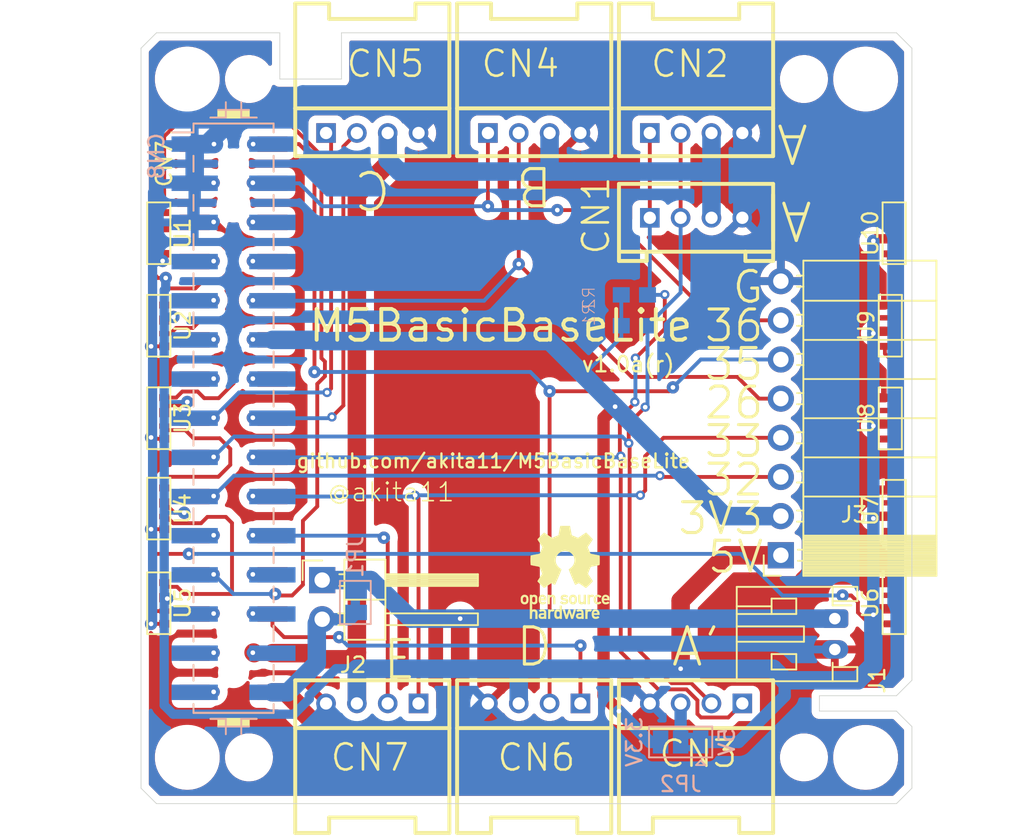
<source format=kicad_pcb>
(kicad_pcb (version 20211014) (generator pcbnew)
  (layers (0 "F.Cu" signal "Top") (31 "B.Cu" signal "Bottom") (34 "B.Paste" user) (35 "F.Paste" user) (36 "B.SilkS" user "B.Silkscreen") (37 "F.SilkS" user "F.Silkscreen") (38 "B.Mask" user) (39 "F.Mask" user) (44 "Edge.Cuts" user))
  (net 0 "")
  (net 1 "+5V")
  (net 2 "GND")
  (net 3 "/BAT")
  (net 4 "+3V3")
  (net 5 "Net-(CN6-Pad29)")
  (net 6 "Net-(CN6-Pad27)")
  (net 7 "Net-(CN6-Pad25)")
  (net 8 "Net-(CN6-Pad24)")
  (net 9 "Net-(CN6-Pad14)")
  (net 10 "Net-(CN6-Pad13)")
  (net 11 "Net-(CN6-Pad11)")
  (net 12 "Net-(CN6-Pad9)")
  (net 13 "Net-(CN6-Pad8)")
  (net 14 "Net-(CN6-Pad7)")
  (net 15 "Net-(CN6-Pad6)")
  (net 16 "Net-(J1-Pad1)")
  (net 17 "Net-(U1-Pad3)")
  (net 18 "Net-(U2-Pad3)")
  (net 19 "Net-(U3-Pad3)")
  (net 20 "Net-(U4-Pad3)")
  (net 21 "Net-(U5-Pad3)")
  (net 22 "Net-(U6-Pad3)")
  (net 23 "Net-(U7-Pad3)")
  (net 24 "Net-(U8-Pad3)")
  (net 25 "Net-(U10-Pad1)")
  (net 26 "/IO21")
  (net 27 "Net-(CN3-Pad3)")
  (net 28 "/IO22")
  (net 29 "/IO17")
  (net 30 "/IO16")
  (net 31 "/IO13")
  (net 32 "/IO5")
  (net 35 "/IO34")
  (net 38 "/IO15")
  (net 39 "/IO12")
  (net 40 "/IO2")
  (net 44 "/IO26")
  (net 49 "/IO36")
  (net 50 "/IO35")
  (footprint "M5GObase_sub:CON_GROVE_H" (layer "F.Cu") (at 25.5 -6.5 180)
    (fp_text reference "CN6")
    (fp_text value "CON_GROVEH")
  )
  (footprint "M5GObase_sub:CON_GROVE_H" (layer "F.Cu") (at 25.5 -43.5)
    (fp_text reference "CN4")
    (fp_text value "CON_GROVEH")
  )
  (footprint "M5GObase_sub:CON_GROVE_H" (layer "F.Cu") (at 36 -43.5)
    (fp_text reference "CN2")
    (fp_text value "CON_GROVEH")
  )
  (footprint "M5GObase_sub:CON_GROVE_H" (layer "F.Cu") (at 15 -43.5)
    (fp_text reference "CN5")
    (fp_text value "CON_GROVEH")
  )
  (footprint "MountingHole:MountingHole_3.2mm_M3" (layer "F.Cu") (at 47 -3)
    (fp_text reference "MH2" hide)
    (fp_text value "MountingHole_3.2mm_M3" hide)
  )
  (footprint "MountingHole:MountingHole_3.2mm_M3" (layer "F.Cu") (at 47 -47)
    (fp_text reference "MH1" hide)
    (fp_text value "MountingHole_3.2mm_M3" hide)
  )
  (footprint "MountingHole:MountingHole_2.1mm" (layer "F.Cu") (at 7 -3)
    (fp_text reference "MH5" hide)
    (fp_text value "MountingHole_2.1mm" hide)
  )
  (footprint "MountingHole:MountingHole_3.2mm_M3" (layer "F.Cu") (at 3 -3)
    (fp_text reference "MH1" hide)
    (fp_text value "MountingHole_3.2mm_M3" hide)
  )
  (footprint "MountingHole:MountingHole_3.2mm_M3" (layer "F.Cu") (at 3 -47)
    (fp_text reference "MH1" hide)
    (fp_text value "MountingHole_3.2mm_M3" hide)
  )
  (footprint "MountingHole:MountingHole_2.1mm" (layer "F.Cu") (at 6 -47)
    (fp_text reference "MH5" hide)
    (fp_text value "MountingHole_2.1mm" hide)
  )
  (footprint "M5GObase_sub:CON_GROVE_H" (layer "F.Cu") (at 36 -6.5 180)
    (fp_text reference "CN3")
    (fp_text value "CON_GROVEH")
  )
  (footprint "MountingHole:MountingHole_2.1mm" (layer "F.Cu") (at 43 -3)
    (fp_text reference "MH5" hide)
    (fp_text value "MountingHole_2.1mm" hide)
  )
  (footprint "MountingHole:MountingHole_2.1mm" (layer "F.Cu") (at 43 -47)
    (fp_text reference "MH5" hide)
    (fp_text value "MountingHole_2.1mm" hide)
  )
  (footprint "Connector_JST:JST_PH_S2B-PH-K_1x02_P2.00mm_Horizontal" (layer "F.Cu") (at 45 -12 -90)
    (fp_text reference "J1")
    (fp_text value "Conn_01x02_Female")
  )
  (footprint "M5GObase_sub:CON_GROVE_V" (layer "F.Cu") (at 36 -38)
    (fp_text reference "CN1")
    (fp_text value "CON_GROVEV")
  )
  (footprint "Connector_PinHeader_2.54mm:PinHeader_1x02_P2.54mm_Horizontal" (layer "F.Cu") (at 11.75 -14.5)
    (fp_text reference "J2")
    (fp_text value "Conn_01x02_Female")
  )
  (footprint "M5GObase_sub:CON_GROVE_H" (layer "F.Cu") (at 15 -6.5 180)
    (fp_text reference "CN7")
    (fp_text value "CON_GROVEH")
  )
  (footprint "Symbol:OSHW-Logo_5.7x6mm_SilkScreen" (layer "F.Cu") (at 27.5 -15)
    (fp_text reference "REF**" hide)
    (fp_text value "OSHW-Logo_5.7x6mm_SilkScreen" hide)
  )
  (footprint "akita:LED_SK6812SIDE" (layer "F.Cu") (at 1.5 -19.1375 -90)
    (fp_text reference "U4")
    (fp_text value "LED_SK6812side")
  )
  (footprint "akita:LED_SK6812SIDE" (layer "F.Cu") (at 1.5 -13 -90)
    (fp_text reference "U5")
    (fp_text value "LED_SK6812side")
  )
  (footprint "akita:LED_SK6812SIDE" (layer "F.Cu") (at 48.5 -13 90)
    (fp_text reference "U6")
    (fp_text value "LED_SK6812side")
  )
  (footprint "akita:LED_SK6812SIDE" (layer "F.Cu") (at 48.5 -19 90)
    (fp_text reference "U7")
    (fp_text value "LED_SK6812side")
  )
  (footprint "akita:LED_SK6812SIDE" (layer "F.Cu") (at 48.25 -31 90)
    (fp_text reference "U9")
    (fp_text value "LED_SK6812side")
  )
  (footprint "akita:LED_SK6812SIDE" (layer "F.Cu") (at 48.5 -37 90)
    (fp_text reference "U10")
    (fp_text value "LED_SK6812side")
  )
  (footprint "akita:LED_SK6812SIDE" (layer "F.Cu") (at 48.25 -24.9875 90)
    (fp_text reference "U8")
    (fp_text value "LED_SK6812side")
  )
  (footprint "akita:Pad_TH09mm" (layer "F.Cu") (at 4.75 -42.75)
    (fp_text reference "REF**" hide)
    (fp_text value "Pad_TH09mm" hide)
  )
  (footprint "akita:Pad_TH09mm" (layer "F.Cu") (at 7.62 -42.75)
    (fp_text reference "REF**" hide)
    (fp_text value "Pad_TH09mm" hide)
  )
  (footprint "akita:Pad_TH09mm" (layer "F.Cu") (at 7.27 -40.24)
    (fp_text reference "REF**" hide)
    (fp_text value "Pad_TH09mm" hide)
  )
  (footprint "akita:Pad_TH09mm" (layer "F.Cu") (at 7.27 -37.7)
    (fp_text reference "REF**" hide)
    (fp_text value "Pad_TH09mm" hide)
  )
  (footprint "akita:Pad_TH09mm" (layer "F.Cu") (at 4.73 -37.7)
    (fp_text reference "REF**" hide)
    (fp_text value "Pad_TH09mm" hide)
  )
  (footprint "akita:Pad_TH09mm" (layer "F.Cu") (at 4.73 -35.16)
    (fp_text reference "REF**" hide)
    (fp_text value "Pad_TH09mm" hide)
  )
  (footprint "akita:Pad_TH09mm" (layer "F.Cu") (at 7.27 -35.16)
    (fp_text reference "REF**" hide)
    (fp_text value "Pad_TH09mm" hide)
  )
  (footprint "akita:Pad_TH09mm" (layer "F.Cu") (at 7.27 -32.62)
    (fp_text reference "REF**" hide)
    (fp_text value "Pad_TH09mm" hide)
  )
  (footprint "akita:Pad_TH09mm" (layer "F.Cu") (at 4.73 -32.62)
    (fp_text reference "REF**" hide)
    (fp_text value "Pad_TH09mm" hide)
  )
  (footprint "akita:Pad_TH09mm" (layer "F.Cu") (at 4.73 -30.08)
    (fp_text reference "REF**" hide)
    (fp_text value "Pad_TH09mm" hide)
  )
  (footprint "akita:Pad_TH09mm" (layer "F.Cu") (at 7.27 -30.08)
    (fp_text reference "REF**" hide)
    (fp_text value "Pad_TH09mm" hide)
  )
  (footprint "akita:Pad_TH09mm" (layer "F.Cu") (at 7.27 -27.54)
    (fp_text reference "REF**" hide)
    (fp_text value "Pad_TH09mm" hide)
  )
  (footprint "akita:Pad_TH09mm" (layer "F.Cu") (at 4.73 -27.54)
    (fp_text reference "REF**" hide)
    (fp_text value "Pad_TH09mm" hide)
  )
  (footprint "akita:Pad_TH09mm" (layer "F.Cu") (at 4.73 -25)
    (fp_text reference "REF**" hide)
    (fp_text value "Pad_TH09mm" hide)
  )
  (footprint "akita:Pad_TH09mm" (layer "F.Cu") (at 7.27 -25)
    (fp_text reference "REF**" hide)
    (fp_text value "Pad_TH09mm" hide)
  )
  (footprint "akita:Pad_TH09mm" (layer "F.Cu") (at 4.73 -22.46)
    (fp_text reference "REF**" hide)
    (fp_text value "Pad_TH09mm" hide)
  )
  (footprint "akita:Pad_TH09mm" (layer "F.Cu") (at 4.73 -19.92)
    (fp_text reference "REF**" hide)
    (fp_text value "Pad_TH09mm" hide)
  )
  (footprint "akita:Pad_TH09mm" (layer "F.Cu") (at 4.73 -17.38)
    (fp_text reference "REF**" hide)
    (fp_text value "Pad_TH09mm" hide)
  )
  (footprint "akita:Pad_TH09mm" (layer "F.Cu") (at 4.73 -14.84)
    (fp_text reference "REF**" hide)
    (fp_text value "Pad_TH09mm" hide)
  )
  (footprint "akita:Pad_TH09mm" (layer "F.Cu") (at 4.73 -12.3)
    (fp_text reference "REF**" hide)
    (fp_text value "Pad_TH09mm" hide)
  )
  (footprint "akita:Pad_TH09mm" (layer "F.Cu") (at 7.27 -22.46)
    (fp_text reference "REF**" hide)
    (fp_text value "Pad_TH09mm" hide)
  )
  (footprint "akita:Pad_TH09mm" (layer "F.Cu") (at 7.27 -19.92)
    (fp_text reference "REF**" hide)
    (fp_text value "Pad_TH09mm" hide)
  )
  (footprint "akita:Pad_TH09mm" (layer "F.Cu") (at 7.27 -17.38)
    (fp_text reference "REF**" hide)
    (fp_text value "Pad_TH09mm" hide)
  )
  (footprint "akita:Pad_TH09mm" (layer "F.Cu") (at 7.27 -12.3)
    (fp_text reference "REF**" hide)
    (fp_text value "Pad_TH09mm" hide)
  )
  (footprint "akita:Pad_TH09mm" (layer "F.Cu") (at 7.27 -14.84)
    (fp_text reference "REF**" hide)
    (fp_text value "Pad_TH09mm" hide)
  )
  (footprint "akita:Pad_TH09mm" (layer "F.Cu") (at 7.27 -7.22)
    (fp_text reference "REF**" hide)
    (fp_text value "Pad_TH09mm" hide)
  )
  (footprint "akita:Pad_TH09mm" (layer "F.Cu") (at 4.73 -7.22)
    (fp_text reference "REF**" hide)
    (fp_text value "Pad_TH09mm" hide)
  )
  (footprint "akita:Pad_TH09mm" (layer "F.Cu") (at 4.73 -9.76)
    (fp_text reference "REF**" hide)
    (fp_text value "Pad_TH09mm" hide)
  )
  (footprint "akita:Pad_TH09mm" (layer "F.Cu") (at 4.73 -40.24)
    (fp_text reference "REF**" hide)
    (fp_text value "Pad_TH09mm" hide)
  )
  (footprint "Connector_PinSocket_2.54mm:PinSocket_1x08_P2.54mm_Horizontal" (layer "F.Cu") (at 41.5 -16.11 180)
    (fp_text reference "J3")
    (fp_text value "Conn_01x08_Female")
  )
  (footprint "akita:MountingHole_1mm" (layer "F.Cu") (at -2 -37)
    (fp_text reference "REF**" hide)
    (fp_text value "MountingHole_1mm" hide)
  )
  (footprint "akita:MountingHole_1mm" (layer "F.Cu") (at -2 -26)
    (fp_text reference "REF**" hide)
    (fp_text value "MountingHole_1mm" hide)
  )
  (footprint "akita:MountingHole_1mm" (layer "F.Cu") (at -2 -22)
    (fp_text reference "REF**" hide)
    (fp_text value "MountingHole_1mm" hide)
  )
  (footprint "akita:MountingHole_1mm" (layer "F.Cu") (at -2 -32)
    (fp_text reference "REF**" hide)
    (fp_text value "MountingHole_1mm" hide)
  )
  (footprint "akita:LED_SK6812SIDE" (layer "F.Cu") (at 1.5 -31 -90)
    (fp_text reference "U2")
    (fp_text value "LED_SK6812side")
  )
  (footprint "akita:LED_SK6812SIDE" (layer "F.Cu") (at 1.5 -37 -90)
    (fp_text reference "U1")
    (fp_text value "LED_SK6812side")
  )
  (footprint "akita:LED_SK6812SIDE" (layer "F.Cu") (at 1.5 -25 -90)
    (fp_text reference "U3")
    (fp_text value "LED_SK6812side")
  )
  (footprint "Connector_PinHeader_2.54mm:PinHeader_2x15_P2.54mm_Vertical_SMD" (layer "F.Cu") (at 6 -25)
    (fp_text reference "CN7")
    (fp_text value "PinHeader_2x15_P2.54mm_Vertical_SMD")
  )
  (footprint "M5GObase_sub:0603" (layer "B.Cu") (at 32 -33 180)
    (fp_text reference "R1")
    (fp_text value "4.7k")
  )
  (footprint "M5GObase_sub:0603" (layer "B.Cu") (at 32 -31 180)
    (fp_text reference "R2")
    (fp_text value "4.7k")
  )
  (footprint "Connector_PinSocket_2.54mm:PinSocket_2x15_P2.54mm_Vertical_SMD" (layer "B.Cu") (at 6 -25 180)
    (fp_text reference "CN8")
    (fp_text value "MBUS_bottom")
  )
  (footprint "Jumper:SolderJumper-2_P1.3mm_Bridged_Pad1.0x1.5mm" (layer "B.Cu") (at 13.9 -13.05 -90)
    (fp_text reference "JP1")
    (fp_text value "SolderJumper_2_Bridged")
  )
  (footprint "Jumper:SolderJumper-3_P1.3mm_Bridged2Bar12_Pad1.0x1.5mm" (layer "B.Cu") (at 35 -4 180)
    (fp_text reference "JP2")
    (fp_text value "SolderJumper_3_Bridged12")
  )
  (gr_line (start 6.5 -4.5) (end 6.5 -5.5) (layer "B.SilkS") (width 0.12))
  (gr_line (start 6.5 -5.5) (end 7.5 -5.5) (layer "B.SilkS") (width 0.12))
  (gr_line (start 6.5 -44.5) (end 7.5 -44.5) (layer "B.SilkS") (width 0.12))
  (gr_line (start 4.5 -44.5) (end 5.5 -44.5) (layer "B.SilkS") (width 0.12))
  (gr_line (start 6.5 -45.5) (end 6.5 -44.5) (layer "B.SilkS") (width 0.12))
  (gr_line (start 5.5 -44.5) (end 5.5 -45.5) (layer "B.SilkS") (width 0.12))
  (gr_line (start 7 -5) (end 5 -5) (layer "B.SilkS") (width 0.12))
  (gr_line (start 5 -45) (end 7 -45) (layer "B.SilkS") (width 0.12))
  (gr_line (start 4.5 -5.5) (end 5.5 -5.5) (layer "B.SilkS") (width 0.12))
  (gr_line (start 5.5 -5.5) (end 5.5 -4.5) (layer "B.SilkS") (width 0.12))
  (gr_poly (pts (xy 7 -5) (xy 5 -5) (xy 5 -5.5) (xy 7 -5.5)) (layer "F.SilkS") (width 0.1) (fill solid))
  (gr_line (start 4.5 -44.5) (end 7.5 -44.5) (layer "F.SilkS") (width 0.12))
  (gr_poly (pts (xy 7 -44.5) (xy 5 -44.5) (xy 5 -45) (xy 7 -45)) (layer "F.SilkS") (width 0.1) (fill solid))
  (gr_line (start 4.5 -5.5) (end 7.5 -5.5) (layer "F.SilkS") (width 0.12))
  (gr_line (start 49 0) (end 1 0) (layer "Edge.Cuts") (width 0.05))
  (gr_line (start 50 -8) (end 50 -49) (layer "Edge.Cuts") (width 0.05))
  (gr_line (start 13 -47) (end 13 -50) (layer "Edge.Cuts") (width 0.05))
  (gr_line (start 50 -5) (end 49 -6) (layer "Edge.Cuts") (width 0.05))
  (gr_line (start 1 -50) (end 9 -50) (layer "Edge.Cuts") (width 0.05))
  (gr_line (start 0 -49) (end 1 -50) (layer "Edge.Cuts") (width 0.05))
  (gr_line (start 49 -6) (end 44 -6) (layer "Edge.Cuts") (width 0.05))
  (gr_line (start 0 -1) (end 0 -49) (layer "Edge.Cuts") (width 0.05))
  (gr_line (start 44 -6) (end 44 -7) (layer "Edge.Cuts") (width 0.05))
  (gr_line (start 9 -50) (end 9 -47) (layer "Edge.Cuts") (width 0.05))
  (gr_line (start 44 -7) (end 49 -7) (layer "Edge.Cuts") (width 0.05))
  (gr_line (start 50 -1) (end 50 -5) (layer "Edge.Cuts") (width 0.05))
  (gr_line (start 1 0) (end 0 -1) (layer "Edge.Cuts") (width 0.05))
  (gr_line (start 9 -47) (end 13 -47) (layer "Edge.Cuts") (width 0.05))
  (gr_line (start 50 -1) (end 49 0) (layer "Edge.Cuts") (width 0.05))
  (gr_line (start 13 -50) (end 49 -50) (layer "Edge.Cuts") (width 0.05))
  (gr_line (start 49 -50) (end 50 -49) (layer "Edge.Cuts") (width 0.05))
  (gr_line (start 49 -7) (end 50 -8) (layer "Edge.Cuts") (width 0.05))
  (gr_text "3.3V" (at 32 -4 90) (layer "B.SilkS") (effects (font (size 1 1)) (justify mirror)))
  (gr_text "5V" (at 38 -4 90) (layer "B.SilkS") (effects (font (size 1 1)) (justify mirror)))
  (gr_text "@akita11" (at 12 -19.5) (layer "F.SilkS") (effects (font (size 1.2065 1.2065) (thickness 0.1016)) (justify left bottom)))
  (gr_text "A" (at 42.25 -44.25 180) (layer "F.SilkS") (effects (font (size 2.413 2.413) (thickness 0.2032)) (justify bottom)))
  (gr_text "D" (at 25.5 -8.75) (layer "F.SilkS") (effects (font (size 2.413 2.413) (thickness 0.2032)) (justify bottom)))
  (gr_text "B" (at 25.5 -41.5 180) (layer "F.SilkS") (effects (font (size 2.413 2.413) (thickness 0.2032)) (justify bottom)))
  (gr_text "A'" (at 36 -8.75) (layer "F.SilkS") (effects (font (size 2.413 2.413) (thickness 0.2032)) (justify bottom)))
  (gr_text "C" (at 15 -41.25 180) (layer "F.SilkS") (effects (font (size 2.413 2.413) (thickness 0.2032)) (justify bottom)))
  (gr_text "E" (at 18 -10.75) (layer "F.SilkS") (effects (font (size 2.413 2.413) (thickness 0.2032)) (justify right top)))
  (gr_text "A" (at 42.5 -39.25 180) (layer "F.SilkS") (effects (font (size 2.413 2.413) (thickness 0.2032)) (justify bottom)))
  (gr_text "M5BasicBaseLite" (at 10.75 -31) (layer "F.SilkS") (effects (font (size 2 2) (thickness 0.25)) (justify left)))
  (gr_text "35\n" (at 40.5 -28.5) (layer "F.SilkS") (effects (font (size 2 2) (thickness 0.2)) (justify right)))
  (gr_text "26\n" (at 40.5 -26) (layer "F.SilkS") (effects (font (size 2 2) (thickness 0.2)) (justify right)))
  (gr_text "33" (at 40.5 -23.5) (layer "F.SilkS") (effects (font (size 2 2) (thickness 0.2)) (justify right)))
  (gr_text "32" (at 40.5 -21) (layer "F.SilkS") (effects (font (size 2 2) (thickness 0.2)) (justify right)))
  (gr_text "3V3" (at 40.5 -18.5) (layer "F.SilkS") (effects (font (size 2 2) (thickness 0.2)) (justify right)))
  (gr_text "5V\n" (at 40.5 -16) (layer "F.SilkS") (effects (font (size 2 2) (thickness 0.2)) (justify right)))
  (gr_text "github.com/akita11/M5BasicBaseLite\n\n" (at 10 -21.5) (layer "F.SilkS") (effects (font (size 0.9 0.9)) (justify left)))
  (gr_text "v1.0a(r)" (at 28.5 -28.5) (layer "F.SilkS") (effects (font (size 1 1)) (justify left)))
  (gr_text "36" (at 40.5 -31) (layer "F.SilkS") (effects (font (size 2 2) (thickness 0.2)) (justify right)))
  (gr_text "G" (at 40.5 -33.5) (layer "F.SilkS") (effects (font (size 2 2) (thickness 0.2)) (justify right)))
  (segment (start 8.525 -9.76) (end 11.2 -9.76) (width 1.2) (layer "F.Cu") (net 1))
  (segment (start 48.5 -18.6375) (end 47.6375 -18.6375) (width 0.6) (layer "F.Cu") (net 1))
  (segment (start 47.6375 -36.6375) (end 47.5 -36.5) (width 0.6) (layer "F.Cu") (net 1))
  (segment (start 48.25 -24.625) (end 47.625 -24.625) (width 0.6) (layer "F.Cu") (net 1))
  (segment (start 1.034305 -34.097591) (end 1.59999 -34.097591) (width 0.25) (layer "F.Cu") (net 1))
  (segment (start 35 -13.16) (end 35 -9) (width 1.2) (layer "F.Cu") (net 1))
  (segment (start 35 -9) (end 35 -8.75) (width 1.2) (layer "F.Cu") (net 1))
  (segment (start 14 -9.8) (end 14 -39.5) (width 1.2) (layer "F.Cu") (net 1))
  (segment (start 1.5 -31.5) (end 1.5 -31.3625) (width 0.25) (layer "F.Cu") (net 1))
  (segment (start 8.41 -9.79) (end 8.5 -9.7) (width 0.25) (layer "F.Cu") (net 1))
  (segment (start 37.95 -16.11) (end 35 -13.16) (width 1.2) (layer "F.Cu") (net 1))
  (segment (start 1.45 -13.3) (end 1.7 -13.3) (width 0.25) (layer "F.Cu") (net 1))
  (segment (start 1.5 -25.3625) (end 1.5 -25.499322) (width 0.25) (layer "F.Cu") (net 1))
  (segment (start 14 -6.5) (end 14 -9.8) (width 1.2) (layer "F.Cu") (net 1))
  (segment (start 2.157402 -18.867598) (end 2.8 -18.867598) (width 0.25) (layer "F.Cu") (net 1))
  (segment (start 7.34 -9.76) (end 7.3 -9.8) (width 1.2) (layer "F.Cu") (net 1))
  (segment (start 1.5 -37.3625) (end 0.925 -37.3625) (width 0.25) (layer "F.Cu") (net 1))
  (segment (start 11.2 -9.76) (end 11.6 -9.36) (width 1.2) (layer "F.Cu") (net 1))
  (segment (start 0.7 -37.1375) (end 0.7 -34.5) (width 0.25) (layer "F.Cu") (net 1))
  (segment (start 47.8875 -12.6375) (end 47.5 -12.25) (width 0.6) (layer "F.Cu") (net 1))
  (segment (start 48.5 -12.6375) (end 47.8875 -12.6375) (width 0.6) (layer "F.Cu") (net 1))
  (segment (start 1.5 -19.5) (end 1.525 -19.5) (width 0.25) (layer "F.Cu") (net 1))
  (segment (start 1.5 -25.499322) (end 1.835777 -25.835099) (width 0.25) (layer "F.Cu") (net 1))
  (segment (start 2.1 -31.567598) (end 1.567598 -31.567598) (width 0.25) (layer "F.Cu") (net 1))
  (segment (start 14 -39.5) (end 16 -41.5) (width 1.2) (layer "F.Cu") (net 1))
  (segment (start 2.782697 -25.835099) (end 3 -26.052402) (width 0.25) (layer "F.Cu") (net 1))
  (segment (start 11.6 -9.36) (end 13.56 -9.36) (width 1.2) (layer "F.Cu") (net 1))
  (segment (start 1.835777 -25.835099) (end 2.782697 -25.835099) (width 0.25) (layer "F.Cu") (net 1))
  (segment (start 7.25 -9.79) (end 8.41 -9.79) (width 0.25) (layer "F.Cu") (net 1))
  (segment (start 0.7 -34.5) (end 1 -34.2) (width 0.25) (layer "F.Cu") (net 1))
  (segment (start 13.56 -9.36) (end 13.96 -9.76) (width 1.2) (layer "F.Cu") (net 1))
  (segment (start 47.625 -24.625) (end 47.5 -24.5) (width 0.6) (layer "F.Cu") (net 1))
  (segment (start 1 -34.131896) (end 1.034305 -34.097591) (width 0.25) (layer "F.Cu") (net 1))
  (segment (start 48.5 -36.6375) (end 47.6375 -36.6375) (width 0.6) (layer "F.Cu") (net 1))
  (segment (start 1 -34.2) (end 1 -34.131896) (width 0.25) (layer "F.Cu") (net 1))
  (segment (start 47.6375 -30.6375) (end 47.5 -30.5) (width 0.6) (layer "F.Cu") (net 1))
  (segment (start 0.925 -37.3625) (end 0.7 -37.1375) (width 0.25) (layer "F.Cu") (net 1))
  (segment (start 16 -41.5) (end 16 -43.5) (width 1.2) (layer "F.Cu") (net 1))
  (segment (start 47.6375 -18.6375) (end 47.5 -18.5) (width 0.6) (layer "F.Cu") (net 1))
  (segment (start 8.51 -9.79) (end 8.6 -9.7) (width 0.25) (layer "F.Cu") (net 1))
  (segment (start 48.25 -30.6375) (end 47.6375 -30.6375) (width 0.6) (layer "F.Cu") (net 1))
  (segment (start 7.25 -9.79) (end 8.51 -9.79) (width 0.25) (layer "F.Cu") (net 1))
  (segment (start 1.567598 -31.567598) (end 1.5 -31.5) (width 0.25) (layer "F.Cu") (net 1))
  (segment (start 1.525 -19.5) (end 2.157402 -18.867598) (width 0.25) (layer "F.Cu") (net 1))
  (segment (start 13.96 -9.76) (end 14 -9.8) (width 1.2) (layer "F.Cu") (net 1))
  (segment (start 41.39 -16.11) (end 37.95 -16.11) (width 1.2) (layer "F.Cu") (net 1))
  (via (at 3 -26.052402) (size 0.8) (drill 0.3) (layers "F.Cu" "B.Cu") (net 1))
  (via (at 2.1 -31.567598) (size 0.8) (drill 0.3) (layers "F.Cu" "B.Cu") (net 1))
  (via (at 2.8 -18.867598) (size 0.8) (drill 0.3) (layers "F.Cu" "B.Cu") (net 1))
  (via (at 47.5 -12.25) (size 0.6) (drill 0.3) (layers "F.Cu" "B.Cu") (net 1))
  (via (at 1.59999 -34.097591) (size 0.8) (drill 0.3) (layers "F.Cu" "B.Cu") (net 1))
  (via (at 35 -8.75) (size 0.8) (drill 0.3) (layers "F.Cu" "B.Cu") (net 1))
  (via (at 47.5 -24.5) (size 0.6) (drill 0.3) (layers "F.Cu" "B.Cu") (net 1))
  (via (at 1.7 -13.3) (size 0.8) (drill 0.3) (layers "F.Cu" "B.Cu") (net 1))
  (via (at 47.5 -36.5) (size 0.8) (drill 0.3) (layers "F.Cu" "B.Cu") (net 1))
  (via (at 47.5 -18.5) (size 0.6) (drill 0.3) (layers "F.Cu" "B.Cu") (net 1))
  (via (at 47.5 -30.5) (size 0.6) (drill 0.3) (layers "F.Cu" "B.Cu") (net 1))
  (segment (start 24.5 -6.5) (end 24.5 -8.75) (width 1.2) (layer "B.Cu") (net 1))
  (segment (start 47.5 -36.5) (end 47.5 -30.5) (width 0.8) (layer "B.Cu") (net 1))
  (segment (start 35 -8.75) (end 29.75 -8.75) (width 1.2) (layer "B.Cu") (net 1))
  (segment (start 1.502409 -26.102409) (end 1.502409 -18.902409) (width 0.6) (layer "B.Cu") (net 1))
  (segment (start 1.7 -13.3) (end 1.6 -13.7) (width 0.25) (layer "B.Cu") (net 1))
  (segment (start 10.912599 -7.021953) (end 12.640646 -8.75) (width 0.6) (layer "B.Cu") (net 1))
  (segment (start 16 -43.5) (end 16 -41.75) (width 1.2) (layer "B.Cu") (net 1))
  (segment (start 14 -6.5) (end 14 -8.75) (width 1.2) (layer "B.Cu") (net 1))
  (segment (start 36.3 -4) (end 38.764322 -4) (width 0.8) (layer "B.Cu") (net 1))
  (segment (start 26.5 -43.5) (end 26.5 -41) (width 1.2) (layer "B.Cu") (net 1))
  (segment (start 1.53722 -31.567598) (end 1.502409 -31.602409) (width 0.25) (layer "B.Cu") (net 1))
  (segment (start 41.75 -6.985678) (end 41.75 -8) (width 0.8) (layer "B.Cu") (net 1))
  (segment (start 1.552416 -26.052402) (end 3 -26.052402) (width 0.25) (layer "B.Cu") (net 1))
  (segment (start 47.5 -24.5) (end 47.5 -18.5) (width 0.8) (layer "B.Cu") (net 1))
  (segment (start 7.24 -9.76) (end 7.2 -9.8) (width 0.25) (layer "B.Cu") (net 1))
  (segment (start 16.75 -41) (end 26.5 -41) (width 1.2) (layer "B.Cu") (net 1))
  (segment (start 9.914322 -5.8) (end 10.912599 -6.798277) (width 0.6) (layer "B.Cu") (net 1))
  (segment (start 47.5 -17.5) (end 47.5 -12.5) (width 0.8) (layer "B.Cu") (net 1))
  (segment (start 1.59999 -34.097591) (end 1.59999 -33.397581) (width 0.6) (layer "B.Cu") (net 1))
  (segment (start 1.502409 -33.3) (end 1.502409 -31.602409) (width 0.6) (layer "B.Cu") (net 1))
  (segment (start 1.502409 -18.902409) (end 1.502409 -13.797591) (width 0.6) (layer "B.Cu") (net 1))
  (segment (start 47.5 -9) (end 46.5 -8) (width 1.2) (layer "B.Cu") (net 1))
  (segment (start 2.1 -31.567598) (end 1.53722 -31.567598) (width 0.25) (layer "B.Cu") (net 1))
  (segment (start 12.640646 -8.75) (end 14 -8.75) (width 0.6) (layer "B.Cu") (net 1))
  (segment (start 1.502409 -6.383269) (end 2.085678 -5.8) (width 0.6) (layer "B.Cu") (net 1))
  (segment (start 29.75 -8.75) (end 24.5 -8.75) (width 1.2) (layer "B.Cu") (net 1))
  (segment (start 38.764322 -4) (end 41.75 -6.985678) (width 0.8) (layer "B.Cu") (net 1))
  (segment (start 1.502409 -18.902409) (end 1.53722 -18.867598) (width 0.25) (layer "B.Cu") (net 1))
  (segment (start 8.52 -9.76) (end 7.24 -9.76) (width 0.25) (layer "B.Cu") (net 1))
  (segment (start 37 -41) (end 37 -38) (width 1.2) (layer "B.Cu") (net 1))
  (segment (start 1.53722 -18.867598) (end 2.8 -18.867598) (width 0.25) (layer "B.Cu") (net 1))
  (segment (start 1.502409 -13.797591) (end 1.502409 -6.383269) (width 0.6) (layer "B.Cu") (net 1))
  (segment (start 47.5 -30.5) (end 47.5 -24.5) (width 0.8) (layer "B.Cu") (net 1))
  (segment (start 46.5 -8) (end 41.75 -8) (width 1.2) (layer "B.Cu") (net 1))
  (segment (start 24.5 -8.75) (end 15 -8.75) (width 1.2) (layer "B.Cu") (net 1))
  (segment (start 47.5 -12.25) (end 47.5 -9) (width 1.2) (layer "B.Cu") (net 1))
  (segment (start 41 -8.75) (end 35 -8.75) (width 1.2) (layer "B.Cu") (net 1))
  (segment (start 1.502409 -26.102409) (end 1.552416 -26.052402) (width 0.25) (layer "B.Cu") (net 1))
  (segment (start 47.5 -18.5) (end 47.5 -17.5) (width 0.8) (layer "B.Cu") (net 1))
  (segment (start 16 -41.75) (end 16.75 -41) (width 1.2) (layer "B.Cu") (net 1))
  (segment (start 1.502409 -13.797591) (end 1.5 -13.8) (width 0.25) (layer "B.Cu") (net 1))
  (segment (start 1.502409 -31.602409) (end 1.502409 -26.102409) (width 0.6) (layer "B.Cu") (net 1))
  (segment (start 41.75 -8) (end 41 -8.75) (width 1.2) (layer "B.Cu") (net 1))
  (segment (start 1.6 -13.7) (end 1.502409 -13.797591) (width 0.25) (layer "B.Cu") (net 1))
  (segment (start 28.101975 -41) (end 37 -41) (width 1.2) (layer "B.Cu") (net 1))
  (segment (start 10.912599 -6.798277) (end 10.912599 -7.021953) (width 0.6) (layer "B.Cu") (net 1))
  (segment (start 1.59999 -33.397581) (end 1.502409 -33.3) (width 0.6) (layer "B.Cu") (net 1))
  (segment (start 26.5 -41) (end 28.101975 -41) (width 1.2) (layer "B.Cu") (net 1))
  (segment (start 14 -8.75) (end 15 -8.75) (width 1.2) (layer "B.Cu") (net 1))
  (segment (start 37 -43.5) (end 37 -41) (width 1.2) (layer "B.Cu") (net 1))
  (segment (start 2.085678 -5.8) (end 9.914322 -5.8) (width 0.6) (layer "B.Cu") (net 1))
  (segment (start 43 -36) (end 41 -38) (width 1.2) (layer "F.Cu") (net 2))
  (segment (start 43 -9) (end 43 -10) (width 1.2) (layer "F.Cu") (net 2))
  (segment (start 39.5 -4) (end 41 -5.5) (width 1.2) (layer "F.Cu") (net 2))
  (segment (start 0.687509 -29.7) (end 0.650009 -29.6625) (width 0.25) (layer "F.Cu") (net 2))
  (segment (start 43.5 -15) (end 43 -14.5) (width 1.2) (layer "F.Cu") (net 2))
  (segment (start 0.925 -11.6625) (end 0.8625 -11.6) (width 0.25) (layer "F.Cu") (net 2))
  (segment (start 4.66 -40.24) (end 4.7 -40.2) (width 0.25) (layer "F.Cu") (net 2))
  (segment (start 3.475 -40.24) (end 4.66 -40.24) (width 0.25) (layer "F.Cu") (net 2))
  (segment (start 41 -7) (end 43 -9) (width 1.2) (layer "F.Cu") (net 2))
  (segment (start 22.5 -6.5) (end 22.5 -4.25) (width 1.2) (layer "F.Cu") (net 2))
  (segment (start 0.8625 -23.6) (end 0.802419 -23.6) (width 0.25) (layer "F.Cu") (net 2))
  (segment (start 47.1625 -32.5) (end 43.5 -32.5) (width 0.6) (layer "F.Cu") (net 2))
  (segment (start 4.71 -37.73) (end 3.53 -37.73) (width 0.25) (layer "F.Cu") (net 2))
  (segment (start 47.575 -38.3375) (end 45.2375 -36) (width 0.6) (layer "F.Cu") (net 2))
  (segment (start 4.62 -42.78) (end 4.7 -42.7) (width 0.25) (layer "F.Cu") (net 2))
  (segment (start 1.5 -17.8) (end 0.8 -17.8) (width 0.25) (layer "F.Cu") (net 2))
  (segment (start 1.4 -35.4) (end 1.4 -35.2) (width 0.25) (layer "F.Cu") (net 2))
  (segment (start 43.5 -35.5) (end 43.5 -34) (width 1.2) (layer "F.Cu") (net 2))
  (segment (start 33 -4) (end 39.5 -4) (width 1.2) (layer "F.Cu") (net 2))
  (segment (start 1.5 -35.5) (end 1.4 -35.4) (width 0.25) (layer "F.Cu") (net 2))
  (segment (start 3.475 -42.78) (end 4.62 -42.78) (width 0.25) (layer "F.Cu") (net 2))
  (segment (start 47.4125 -14.5) (end 43 -14.5) (width 0.6) (layer "F.Cu") (net 2))
  (segment (start 1.5 -35.6625) (end 1.5 -35.5) (width 0.25) (layer "F.Cu") (net 2))
  (segment (start 0.925 -23.6625) (end 0.8625 -23.6) (width 0.25) (layer "F.Cu") (net 2))
  (segment (start 41.5 -33.89) (end 43.39 -33.89) (width 0.25) (layer "F.Cu") (net 2))
  (segment (start 48.25 -26.325) (end 47.325 -26.325) (width 0.6) (layer "F.Cu") (net 2))
  (segment (start 33 -6.5) (end 33 -5.601975) (width 1.2) (layer "F.Cu") (net 2))
  (segment (start 1.5 -11.6625) (end 0.925 -11.6625) (width 0.25) (layer "F.Cu") (net 2))
  (segment (start 47.15 -26.5) (end 43.5 -26.5) (width 0.6) (layer "F.Cu") (net 2))
  (segment (start 33 -5.601975) (end 33 -4) (width 1.2) (layer "F.Cu") (net 2))
  (segment (start 47.4125 -20.5) (end 43.5 -20.5) (width 0.6) (layer "F.Cu") (net 2))
  (segment (start 43.39 -33.89) (end 43.5 -34) (width 0.25) (layer "F.Cu") (net 2))
  (segment (start 48.5 -38.3375) (end 47.575 -38.3375) (width 0.6) (layer "F.Cu") (net 2))
  (segment (start 1.5 -29.6625) (end 0.925 -29.6625) (width 0.25) (layer "F.Cu") (net 2))
  (segment (start 3.53 -37.73) (end 3.5 -37.7) (width 0.25) (layer "F.Cu") (net 2))
  (segment (start 43 -13.5) (end 43 -10) (width 1.2) (layer "F.Cu") (net 2))
  (segment (start 0.925 -29.6625) (end 0.8875 -29.7) (width 0.25) (layer "F.Cu") (net 2))
  (segment (start 43.5 -10) (end 45 -10) (width 1.2) (layer "F.Cu") (net 2))
  (segment (start 41 -5.5) (end 41 -7) (width 1.2) (layer "F.Cu") (net 2))
  (segment (start 43.0125 -13.5125) (end 43 -13.5) (width 0.4) (layer "F.Cu") (net 2))
  (segment (start 47.325 -26.325) (end 47.15 -26.5) (width 0.6) (layer "F.Cu") (net 2))
  (segment (start 45.2375 -36) (end 43 -36) (width 0.6) (layer "F.Cu") (net 2))
  (segment (start 1.5 -23.6625) (end 0.925 -23.6625) (width 0.25) (layer "F.Cu") (net 2))
  (segment (start 0.8875 -29.7) (end 0.687509 -29.7) (width 0.25) (layer "F.Cu") (net 2))
  (segment (start 41 -38) (end 39 -38) (width 1.2) (layer "F.Cu") (net 2))
  (segment (start 33 -4) (end 22.75 -4) (width 1.2) (layer "F.Cu") (net 2))
  (segment (start 47.575 -20.3375) (end 47.4125 -20.5) (width 0.6) (layer "F.Cu") (net 2))
  (segment (start 43 -14.5) (end 43 -13.5) (width 1.2) (layer "F.Cu") (net 2))
  (segment (start 48.25 -32.3375) (end 47.325 -32.3375) (width 0.6) (layer "F.Cu") (net 2))
  (segment (start 22.5 -4.25) (end 22.75 -4) (width 1.2) (layer "F.Cu") (net 2))
  (segment (start 43.5 -34) (end 43.5 -15) (width 1.2) (layer "F.Cu") (net 2))
  (segment (start 0.8625 -11.6) (end 0.708799 -11.6) (width 0.25) (layer "F.Cu") (net 2))
  (segment (start 47.575 -14.3375) (end 47.4125 -14.5) (width 0.6) (layer "F.Cu") (net 2))
  (segment (start 43 -36) (end 43.5 -35.5) (width 1.2) (layer "F.Cu") (net 2))
  (segment (start 47.325 -32.3375) (end 47.1625 -32.5) (width 0.6) (layer "F.Cu") (net 2))
  (segment (start 43 -10) (end 43.5 -10) (width 1.2) (layer "F.Cu") (net 2))
  (segment (start 48.5 -14.3375) (end 47.575 -14.3375) (width 0.6) (layer "F.Cu") (net 2))
  (segment (start 0.802419 -23.6) (end 0.650009 -23.75241) (width 0.25) (layer "F.Cu") (net 2))
  (segment (start 0.708799 -11.6) (end 0.650009 -11.65879) (width 0.25) (layer "F.Cu") (net 2))
  (segment (start 48.5 -20.3375) (end 47.575 -20.3375) (width 0.6) (layer "F.Cu") (net 2))
  (segment (start 0.8 -17.8) (end 0.650009 -17.8) (width 0.25) (layer "F.Cu") (net 2))
  (via (at 0.650009 -23.75241) (size 0.8) (drill 0.3) (layers "F.Cu" "B.Cu") (net 2))
  (via (at 0.650009 -11.65879) (size 0.8) (drill 0.3) (layers "F.Cu" "B.Cu") (net 2))
  (via (at 0.650009 -29.6625) (size 0.8) (drill 0.3) (layers "F.Cu" "B.Cu") (net 2))
  (via (at 1.4 -35.2) (size 0.8) (drill 0.3) (layers "F.Cu" "B.Cu") (net 2))
  (via (at 0.650009 -17.8) (size 0.8) (drill 0.3) (layers "F.Cu" "B.Cu") (net 2))
  (segment (start 3.5 -37.7) (end 4.73 -37.7) (width 0.254) (layer "B.Cu") (net 2))
  (segment (start 3.5 -40.24) (end 4.73 -40.24) (width 0.254) (layer "B.Cu") (net 2))
  (segment (start 10.5 -46) (end 18 -46) (width 1.2) (layer "B.Cu") (net 2))
  (segment (start 3.48 -40.24) (end 3.48 -38.94) (width 0.8) (layer "B.Cu") (net 2))
  (segment (start 0.74759 -23.75241) (end 0.75 -23.75) (width 0.6) (layer "B.Cu") (net 2))
  (segment (start 0.79518 -35.2) (end 1.4 -35.2) (width 0.25) (layer "B.Cu") (net 2))
  (segment (start 5.634801 -44.134801) (end 6 -44.5) (width 1.2) (layer "B.Cu") (net 2))
  (segment (start 0.75 -23.75) (end 0.75 -11.75) (width 0.6) (layer "B.Cu") (net 2))
  (segment (start 0.74759 -29.25241) (end 0.74759 -23.75241) (width 0.6) (layer "B.Cu") (net 2))
  (segment (start 3.48 -42.73) (end 3.5 -42.75) (width 1.2) (layer "B.Cu") (net 2))
  (segment (start 38 -46) (end 39 -45) (width 1.2) (layer "B.Cu") (net 2))
  (segment (start 28.5 -44.398025) (end 28.5 -46) (width 1.2) (layer "B.Cu") (net 2))
  (segment (start 3.48 -42.78) (end 4.73 -42.78) (width 1.2) (layer "B.Cu") (net 2))
  (segment (start 9.387401 -44.887401) (end 10.5 -46) (width 1.2) (layer "B.Cu") (net 2))
  (segment (start 18 -46) (end 28.5 -46) (width 1.2) (layer "B.Cu") (net 2))
  (segment (start 3.48 -42.78) (end 4.28 -42.78) (width 1.2) (layer "B.Cu") (net 2))
  (segment (start 12 -6.5) (end 12 -5.601975) (width 1.2) (layer "B.Cu") (net 2))
  (segment (start 1.3 -40.2) (end 3.4 -40.2) (width 0.6) (layer "B.Cu") (net 2))
  (segment (start 4.28 -42.78) (end 5.634801 -44.134801) (width 1.2) (layer "B.Cu") (net 2))
  (segment (start 12 -5.601975) (end 12.901975 -4.7) (width 1.2) (layer "B.Cu") (net 2))
  (segment (start 6 -44.5) (end 7.167554 -44.5) (width 1.2) (layer "B.Cu") (net 2))
  (segment (start 39 -44.398025) (end 39 -38) (width 1.2) (layer "B.Cu") (net 2))
  (segment (start 0.74759 -39.64759) (end 1.3 -40.2) (width 0.6) (layer "B.Cu") (net 2))
  (segment (start 0.74759 -37.06759) (end 0.74759 -39.64759) (width 0.6) (layer "B.Cu") (net 2))
  (segment (start 28.5 -46) (end 38 -46) (width 1.2) (layer "B.Cu") (net 2))
  (segment (start 28.5 -43.5) (end 28.5 -44.398025) (width 1.2) (layer "B.Cu") (net 2))
  (segment (start 3.48 -38.94) (end 3.4 -38.86) (width 0.8) (layer "B.Cu") (net 2))
  (segment (start 12.901975 -4.7) (end 20.7 -4.7) (width 1.2) (layer "B.Cu") (net 2))
  (segment (start 3.4 -38.86) (end 3.4 -37.8) (width 0.8) (layer "B.Cu") (net 2))
  (segment (start 0.74759 -29.25241) (end 0.74759 -35.24759) (width 0.6) (layer "B.Cu") (net 2))
  (segment (start 20.7 -4.7) (end 22.5 -6.5) (width 1.2) (layer "B.Cu") (net 2))
  (segment (start 39 -45) (end 39 -44.398025) (width 1.2) (layer "B.Cu") (net 2))
  (segment (start 0.74759 -35.24759) (end 0.74759 -37.06759) (width 0.6) (layer "B.Cu") (net 2))
  (segment (start 18 -43.5) (end 18 -46) (width 1.2) (layer "B.Cu") (net 2))
  (segment (start 3.48 -40.24) (end 3.48 -42.73) (width 1.2) (layer "B.Cu") (net 2))
  (segment (start 7.167554 -44.5) (end 9 -44.5) (width 1.2) (layer "B.Cu") (net 2))
  (segment (start 9 -44.5) (end 9.387401 -44.887401) (width 1.2) (layer "B.Cu") (net 2))
  (segment (start 0.74759 -35.24759) (end 0.79518 -35.2) (width 0.25) (layer "B.Cu") (net 2))
  (segment (start 11.7 -12) (end 11.75 -12) (width 0.6) (layer "F.Cu") (net 3))
  (segment (start 9.52 -7.22) (end 11.4 -9.1) (width 1.2) (layer "B.Cu") (net 3))
  (segment (start 8.52 -7.22) (end 9.52 -7.22) (width 1.2) (layer "B.Cu") (net 3))
  (segment (start 11.4 -9.1) (end 11.4 -11.7) (width 1.2) (layer "B.Cu") (net 3))
  (segment (start 13.56 -11.96) (end 13.9 -12.3) (width 0.8) (layer "B.Cu") (net 3))
  (segment (start 11.75 -11.96) (end 13.56 -11.96) (width 0.8) (layer "B.Cu") (net 3))
  (segment (start 30 -25) (end 30.75 -25.75) (width 0.8) (layer "F.Cu") (net 4))
  (segment (start 7.25 -30.11) (end 8.49 -30.11) (width 0.25) (layer "F.Cu") (net 4))
  (segment (start 31 -6) (end 30 -7) (width 0.8) (layer "F.Cu") (net 4))
  (segment (start 8.49 -30.11) (end 8.5 -30.1) (width 0.25) (layer "F.Cu") (net 4))
  (segment (start 30 -7) (end 30 -25) (width 0.8) (layer "F.Cu") (net 4))
  (via (at 31 -6) (size 0.8) (drill 0.3) (layers "F.Cu" "B.Cu") (net 4))
  (via (at 30.75 -25.75) (size 0.8) (drill 0.3) (layers "F.Cu" "B.Cu") (net 4))
  (segment (start 31.15 -33) (end 31.15 -31.15) (width 0.25) (layer "B.Cu") (net 4))
  (segment (start 11.3 -30) (end 26.5 -30) (width 1.2) (layer "B.Cu") (net 4))
  (segment (start 31.15 -31.15) (end 31 -31) (width 0.25) (layer "B.Cu") (net 4))
  (segment (start 37.85 -18.65) (end 30.75 -25.75) (width 1.2) (layer "B.Cu") (net 4))
  (segment (start 31.15 -30.25) (end 28.9 -28) (width 0.25) (layer "B.Cu") (net 4))
  (segment (start 33.7 -4) (end 33 -4) (width 0.8) (layer "B.Cu") (net 4))
  (segment (start 31.15 -31) (end 31.15 -30.25) (width 0.25) (layer "B.Cu") (net 4))
  (segment (start 30.75 -25.75) (end 28.5 -28) (width 1.2) (layer "B.Cu") (net 4))
  (segment (start 28.9 -28) (end 28.5 -28) (width 0.25) (layer "B.Cu") (net 4))
  (segment (start 8.52 -30.08) (end 11.22 -30.08) (width 1.2) (layer "B.Cu") (net 4))
  (segment (start 28.5 -28) (end 26.5 -30) (width 1.2) (layer "B.Cu") (net 4))
  (segment (start 40 -18.65) (end 41.35 -18.65) (width 1.2) (layer "B.Cu") (net 4))
  (segment (start 40 -18.65) (end 37.85 -18.65) (width 1.2) (layer "B.Cu") (net 4))
  (segment (start 11.22 -30.08) (end 11.3 -30) (width 1.2) (layer "B.Cu") (net 4))
  (segment (start 33 -4) (end 31 -6) (width 0.8) (layer "B.Cu") (net 4))
  (segment (start 4.71 -7.25) (end 3.55 -7.25) (width 0.25) (layer "F.Cu") (net 5))
  (segment (start 3.55 -7.25) (end 3.5 -7.2) (width 0.25) (layer "F.Cu") (net 5))
  (segment (start 3.51 -9.79) (end 3.5 -9.8) (width 0.25) (layer "F.Cu") (net 6))
  (segment (start 4.71 -9.79) (end 3.51 -9.79) (width 0.25) (layer "F.Cu") (net 6))
  (segment (start 3.53 -12.33) (end 3.5 -12.3) (width 0.25) (layer "F.Cu") (net 7))
  (segment (start 4.71 -12.33) (end 3.53 -12.33) (width 0.25) (layer "F.Cu") (net 7))
  (segment (start 7.36 -14.84) (end 7.3 -14.9) (width 0.25) (layer "F.Cu") (net 8))
  (segment (start 8.525 -14.84) (end 7.36 -14.84) (width 0.25) (layer "F.Cu") (net 8))
  (segment (start 7.25 -27.57) (end 8.43 -27.57) (width 0.25) (layer "F.Cu") (net 9))
  (segment (start 8.43 -27.57) (end 8.5 -27.5) (width 0.25) (layer "F.Cu") (net 9))
  (segment (start 3.47 -27.57) (end 3.4 -27.5) (width 0.25) (layer "F.Cu") (net 10))
  (segment (start 4.71 -27.57) (end 3.47 -27.57) (width 0.25) (layer "F.Cu") (net 10))
  (segment (start 3.5 -27.54) (end 4.73 -27.54) (width 0.254) (layer "B.Cu") (net 10))
  (segment (start 4.71 -30.11) (end 3.61 -30.11) (width 0.25) (layer "F.Cu") (net 11))
  (segment (start 3.61 -30.11) (end 3.5 -30) (width 0.25) (layer "F.Cu") (net 11))
  (segment (start 4.71 -32.65) (end 3.55 -32.65) (width 0.25) (layer "F.Cu") (net 12))
  (segment (start 3.55 -32.65) (end 3.5 -32.6) (width 0.25) (layer "F.Cu") (net 12))
  (segment (start 7.25 -35.19) (end 8.69 -35.19) (width 0.25) (layer "F.Cu") (net 13))
  (segment (start 8.69 -35.19) (end 8.7 -35.2) (width 0.25) (layer "F.Cu") (net 13))
  (segment (start 8.58 -35.16) (end 7.27 -35.16) (width 0.254) (layer "B.Cu") (net 13))
  (segment (start 4.71 -35.19) (end 3.59 -35.19) (width 0.25) (layer "F.Cu") (net 14))
  (segment (start 3.59 -35.19) (end 3.5 -35.1) (width 0.25) (layer "F.Cu") (net 14))
  (segment (start 3.5 -35.16) (end 4.73 -35.16) (width 0.254) (layer "B.Cu") (net 14))
  (segment (start 8.47 -37.73) (end 8.5 -37.7) (width 0.25) (layer "F.Cu") (net 15))
  (segment (start 7.25 -37.73) (end 8.47 -37.73) (width 0.25) (layer "F.Cu") (net 15))
  (segment (start 8.58 -37.7) (end 7.27 -37.7) (width 0.254) (layer "B.Cu") (net 15))
  (segment (start 8.525 -7.22) (end 9.38 -7.22) (width 1.2) (layer "F.Cu") (net 16))
  (segment (start 19.5 -4.7) (end 20.7 -5.9) (width 1.2) (layer "F.Cu") (net 16))
  (segment (start 20.7 -5.9) (end 20.7 -12) (width 1.2) (layer "F.Cu") (net 16))
  (segment (start 10.3 -6.146646) (end 11.746646 -4.7) (width 1.2) (layer "F.Cu") (net 16))
  (segment (start 10.3 -6.3) (end 10.3 -6.146646) (width 1.2) (layer "F.Cu") (net 16))
  (segment (start 9.38 -7.22) (end 10.3 -6.3) (width 1.2) (layer "F.Cu") (net 16))
  (segment (start 11.746646 -4.7) (end 19.5 -4.7) (width 1.2) (layer "F.Cu") (net 16))
  (via (at 20.7 -12) (size 0.8) (drill 0.3) (layers "F.Cu" "B.Cu") (net 16))
  (segment (start 13.9 -14.5) (end 14.9 -14.5) (width 1.2) (layer "B.Cu") (net 16))
  (segment (start 17.5 -12) (end 20.7 -12) (width 1.2) (layer "B.Cu") (net 16))
  (segment (start 14.9 -14.5) (end 17.5 -12) (width 1.2) (layer "B.Cu") (net 16))
  (segment (start 11.75 -14.5) (end 13.9 -14.5) (width 1.2) (layer "B.Cu") (net 16))
  (segment (start 13.9 -13.7) (end 13.9 -14.5) (width 0.8) (layer "B.Cu") (net 16))
  (segment (start 20.7 -12) (end 45.25 -12) (width 1.2) (layer "B.Cu") (net 16))
  (segment (start 5.1 -33.9) (end 5.9 -34.7) (width 0.25) (layer "F.Cu") (net 17))
  (segment (start 1.5 -33.119322) (end 1.800868 -33.42019) (width 0.25) (layer "F.Cu") (net 17))
  (segment (start 5.9 -35.594554) (end 5.007054 -36.4875) (width 0.25) (layer "F.Cu") (net 17))
  (segment (start 3.52019 -33.42019) (end 4 -33.9) (width 0.25) (layer "F.Cu") (net 17))
  (segment (start 5.007054 -36.4875) (end 4.8875 -36.4875) (width 0.25) (layer "F.Cu") (net 17))
  (segment (start 5.9 -34.7) (end 5.9 -35.594554) (width 0.25) (layer "F.Cu") (net 17))
  (segment (start 1.5 -32.4375) (end 1.5 -33.119322) (width 0.25) (layer "F.Cu") (net 17))
  (segment (start 1.5 -36.4875) (end 4.8875 -36.4875) (width 0.25) (layer "F.Cu") (net 17))
  (segment (start 4 -33.9) (end 5.1 -33.9) (width 0.25) (layer "F.Cu") (net 17))
  (segment (start 1.800868 -33.42019) (end 3.52019 -33.42019) (width 0.25) (layer "F.Cu") (net 17))
  (segment (start 1.908178 -30.4875) (end 2.278079 -30.857401) (width 0.25) (layer "F.Cu") (net 18))
  (segment (start 2.278079 -30.857401) (end 3.357401 -30.857401) (width 0.25) (layer "F.Cu") (net 18))
  (segment (start 3.9 -31.4) (end 3.357401 -30.857401) (width 0.25) (layer "F.Cu") (net 18))
  (segment (start 3.670197 -26.729803) (end 4.1 -26.3) (width 0.25) (layer "F.Cu") (net 18))
  (segment (start 2.282544 -26.3375) (end 2.674847 -26.729803) (width 0.25) (layer "F.Cu") (net 18))
  (segment (start 6 -27.265446) (end 6 -30.6) (width 0.25) (layer "F.Cu") (net 18))
  (segment (start 1.5 -26.3375) (end 2.282544 -26.3375) (width 0.25) (layer "F.Cu") (net 18))
  (segment (start 1.5 -30.4875) (end 1.908178 -30.4875) (width 0.25) (layer "F.Cu") (net 18))
  (segment (start 5.034554 -26.3) (end 6 -27.265446) (width 0.25) (layer "F.Cu") (net 18))
  (segment (start 2.674847 -26.729803) (end 3.670197 -26.729803) (width 0.25) (layer "F.Cu") (net 18))
  (segment (start 5.2 -31.4) (end 3.9 -31.4) (width 0.25) (layer "F.Cu") (net 18))
  (segment (start 6 -30.6) (end 5.2 -31.4) (width 0.25) (layer "F.Cu") (net 18))
  (segment (start 4.1 -26.3) (end 5.034554 -26.3) (width 0.25) (layer "F.Cu") (net 18))
  (segment (start 5.1 -23.7) (end 5.787401 -23.012599) (width 0.25) (layer "F.Cu") (net 19))
  (segment (start 3.4 -23.7) (end 5.1 -23.7) (width 0.25) (layer "F.Cu") (net 19))
  (segment (start 5.787401 -23.012599) (end 5.787401 -21.972847) (width 0.25) (layer "F.Cu") (net 19))
  (segment (start 1.5 -20.95) (end 1.5 -20.475) (width 0.25) (layer "F.Cu") (net 19))
  (segment (start 5.014554 -21.2) (end 1.75 -21.2) (width 0.25) (layer "F.Cu") (net 19))
  (segment (start 2.877401 -24.222599) (end 3.4 -23.7) (width 0.25) (layer "F.Cu") (net 19))
  (segment (start 1.5 -24.4875) (end 1.764901 -24.222599) (width 0.25) (layer "F.Cu") (net 19))
  (segment (start 5.787401 -21.972847) (end 5.014554 -21.2) (width 0.25) (layer "F.Cu") (net 19))
  (segment (start 1.764901 -24.222599) (end 2.877401 -24.222599) (width 0.25) (layer "F.Cu") (net 19))
  (segment (start 1.75 -21.2) (end 1.5 -20.95) (width 0.25) (layer "F.Cu") (net 19))
  (segment (start 4.305446 -18.6) (end 5.5 -18.6) (width 0.25) (layer "F.Cu") (net 20))
  (segment (start 1.65 -18.625) (end 2.084803 -18.190197) (width 0.25) (layer "F.Cu") (net 20))
  (segment (start 1.5 -14.3375) (end 1.6 -14.3375) (width 0.25) (layer "F.Cu") (net 20))
  (segment (start 3.895643 -18.190197) (end 4.305446 -18.6) (width 0.25) (layer "F.Cu") (net 20))
  (segment (start 5.5 -18.6) (end 5.9 -18.2) (width 0.25) (layer "F.Cu") (net 20))
  (segment (start 1.774901 -14.062599) (end 1.5 -14.3375) (width 0.25) (layer "F.Cu") (net 20))
  (segment (start 5.9 -13.6) (end 2.8 -13.6) (width 0.25) (layer "F.Cu") (net 20))
  (segment (start 2.8 -13.6) (end 2.337401 -14.062599) (width 0.25) (layer "F.Cu") (net 20))
  (segment (start 1.5 -18.625) (end 1.65 -18.625) (width 0.25) (layer "F.Cu") (net 20))
  (segment (start 2.084803 -18.190197) (end 3.895643 -18.190197) (width 0.25) (layer "F.Cu") (net 20))
  (segment (start 5.9 -18.2) (end 5.9 -13.6) (width 0.25) (layer "F.Cu") (net 20))
  (segment (start 2.337401 -14.062599) (end 1.774901 -14.062599) (width 0.25) (layer "F.Cu") (net 20))
  (segment (start 45.5 -13.5) (end 46.065685 -13.5) (width 0.25) (layer "F.Cu") (net 21))
  (segment (start 0.925 -12.4875) (end 0.8 -12.6125) (width 0.25) (layer "F.Cu") (net 21))
  (segment (start 0.8 -16) (end 1 -16.2) (width 0.25) (layer "F.Cu") (net 21))
  (segment (start 46.5 -12.4) (end 46.5 -13.065685) (width 0.25) (layer "F.Cu") (net 21))
  (segment (start 48.5 -11.6625) (end 47.2375 -11.6625) (width 0.25) (layer "F.Cu") (net 21))
  (segment (start 1.5 -12.4875) (end 0.925 -12.4875) (width 0.25) (layer "F.Cu") (net 21))
  (segment (start 1 -16.2) (end 3.1 -16.2) (width 0.25) (layer "F.Cu") (net 21))
  (segment (start 46.065685 -13.5) (end 46.5 -13.065685) (width 0.25) (layer "F.Cu") (net 21))
  (segment (start 47.2375 -11.6625) (end 46.5 -12.4) (width 0.25) (layer "F.Cu") (net 21))
  (segment (start 0.8 -12.6125) (end 0.8 -16) (width 0.25) (layer "F.Cu") (net 21))
  (via (at 45.5 -13.5) (size 0.8) (drill 0.3) (layers "F.Cu" "B.Cu") (net 21))
  (via (at 3.1 -16.2) (size 0.8) (drill 0.3) (layers "F.Cu" "B.Cu") (net 21))
  (segment (start 3.1 -16.2) (end 3.665685 -16.2) (width 0.25) (layer "B.Cu") (net 21))
  (segment (start 38.9 -16.2) (end 41.6 -13.5) (width 0.25) (layer "B.Cu") (net 21))
  (segment (start 3.665685 -16.2) (end 18.9 -16.2) (width 0.25) (layer "B.Cu") (net 21))
  (segment (start 18.9 -16.2) (end 38.9 -16.2) (width 0.25) (layer "B.Cu") (net 21))
  (segment (start 41.6 -13.5) (end 45.5 -13.5) (width 0.25) (layer "B.Cu") (net 21))
  (segment (start 49.25 -13.75) (end 49 -13.5) (width 0.25) (layer "F.Cu") (net 22))
  (segment (start 48.5 -17.1875) (end 49.25 -16.4375) (width 0.25) (layer "F.Cu") (net 22))
  (segment (start 49.25 -16.4375) (end 49.25 -13.75) (width 0.25) (layer "F.Cu") (net 22))
  (segment (start 48.5 -17.6625) (end 48.5 -17.1875) (width 0.25) (layer "F.Cu") (net 22))
  (segment (start 49 -13.5) (end 48.5 -13.5) (width 0.25) (layer "F.Cu") (net 22))
  (segment (start 48.825 -23.65) (end 49.25 -23.225) (width 0.25) (layer "F.Cu") (net 23))
  (segment (start 49 -19.5) (end 48.5 -19.5) (width 0.25) (layer "F.Cu") (net 23))
  (segment (start 49.25 -23.225) (end 49.25 -19.75) (width 0.25) (layer "F.Cu") (net 23))
  (segment (start 48.25 -23.65) (end 48.825 -23.65) (width 0.25) (layer "F.Cu") (net 23))
  (segment (start 49.25 -19.75) (end 49 -19.5) (width 0.25) (layer "F.Cu") (net 23))
  (segment (start 48.825 -25.5) (end 49 -25.675) (width 0.25) (layer "F.Cu") (net 24))
  (segment (start 48.25 -29.1875) (end 48.25 -29.6625) (width 0.25) (layer "F.Cu") (net 24))
  (segment (start 49 -28.4375) (end 48.25 -29.1875) (width 0.25) (layer "F.Cu") (net 24))
  (segment (start 49 -25.675) (end 49 -28.4375) (width 0.25) (layer "F.Cu") (net 24))
  (segment (start 48.25 -25.5) (end 48.825 -25.5) (width 0.25) (layer "F.Cu") (net 24))
  (segment (start 49 -34.6875) (end 49 -31.75) (width 0.25) (layer "F.Cu") (net 25))
  (segment (start 49 -31.75) (end 48.75 -31.5) (width 0.25) (layer "F.Cu") (net 25))
  (segment (start 48.5 -35.6625) (end 48.5 -35.1875) (width 0.25) (layer "F.Cu") (net 25))
  (segment (start 48.5 -35.1875) (end 49 -34.6875) (width 0.25) (layer "F.Cu") (net 25))
  (segment (start 48.75 -31.5) (end 48.25 -31.5) (width 0.25) (layer "F.Cu") (net 25))
  (segment (start 34.413669 -7.813831) (end 35.686169 -7.813831) (width 0.25) (layer "F.Cu") (net 26))
  (segment (start 35.686169 -7.813831) (end 37 -6.5) (width 0.25) (layer "F.Cu") (net 26))
  (segment (start 35 -43.5) (end 35 -40) (width 0.25) (layer "F.Cu") (net 26))
  (segment (start 31.691911 -23.320477) (end 31.691911 -10.535589) (width 0.25) (layer "F.Cu") (net 26))
  (segment (start 31.633694 -23.378694) (end 31.691911 -23.320477) (width 0.25) (layer "F.Cu") (net 26))
  (segment (start 3.51 -22.49) (end 3.5 -22.5) (width 0.25) (layer "F.Cu") (net 26))
  (segment (start 31.633694 -23.378694) (end 31.633694 -24.648694) (width 0.25) (layer "F.Cu") (net 26))
  (segment (start 35 -38) (end 35 -40) (width 0.25) (layer "F.Cu") (net 26))
  (segment (start 31.633694 -24.648694) (end 32.7025 -25.7175) (width 0.25) (layer "F.Cu") (net 26))
  (segment (start 31.691911 -10.535589) (end 34.413669 -7.813831) (width 0.25) (layer "F.Cu") (net 26))
  (via (at 31.633694 -23.378694) (size 0.6) (drill 0.3) (layers "F.Cu" "B.Cu") (net 26))
  (via (at 32.7025 -25.7175) (size 0.6) (drill 0.3) (layers "F.Cu" "B.Cu") (net 26))
  (segment (start 32.85 -31) (end 32.85 -25.865) (width 0.25) (layer "B.Cu") (net 26))
  (segment (start 32.85 -25.865) (end 32.7025 -25.7175) (width 0.25) (layer "B.Cu") (net 26))
  (segment (start 31.633694 -23.378694) (end 31.199888 -23.8125) (width 0.25) (layer "B.Cu") (net 26))
  (segment (start 35 -33.15) (end 35 -38) (width 0.25) (layer "B.Cu") (net 26))
  (segment (start 31.199888 -23.8125) (end 6.0325 -23.8125) (width 0.25) (layer "B.Cu") (net 26))
  (segment (start 6.0325 -23.8125) (end 4.71 -22.49) (width 0.25) (layer "B.Cu") (net 26))
  (segment (start 32.85 -31) (end 35 -33.15) (width 0.25) (layer "B.Cu") (net 26))
  (segment (start 35 -4) (end 35 -6.5) (width 0.8) (layer "B.Cu") (net 27))
  (segment (start 32.029978 -25.997478) (end 32.029978 -26.053761) (width 0.25) (layer "F.Cu") (net 28))
  (segment (start 33 -43.5) (end 33 -38.40241) (width 0.25) (layer "F.Cu") (net 28))
  (segment (start 33.9725 -30.7975) (end 32.0675 -28.8925) (width 0.25) (layer "F.Cu") (net 28))
  (segment (start 31.056783 -22.600717) (end 31.056783 -25.024283) (width 0.25) (layer "F.Cu") (net 28))
  (segment (start 33.545589 -7.411911) (end 35.377727 -7.411911) (width 0.25) (layer "F.Cu") (net 28))
  (segment (start 36.321911 -5.588089) (end 38.088089 -5.588089) (width 0.25) (layer "F.Cu") (net 28))
  (segment (start 8.41 -22.49) (end 8.5 -22.4) (width 0.25) (layer "F.Cu") (net 28))
  (segment (start 35.377727 -7.411911) (end 36.088089 -6.701549) (width 0.25) (layer "F.Cu") (net 28))
  (segment (start 31.056783 -25.024283) (end 32.029978 -25.997478) (width 0.25) (layer "F.Cu") (net 28))
  (segment (start 31.115 -9.8425) (end 33.545589 -7.411911) (width 0.25) (layer "F.Cu") (net 28))
  (segment (start 33 -38.40241) (end 32.833317 -38.40241) (width 0.25) (layer "F.Cu") (net 28))
  (segment (start 31.115 -22.5425) (end 31.056783 -22.600717) (width 0.25) (layer "F.Cu") (net 28))
  (segment (start 36.088089 -6.701549) (end 36.088089 -5.821911) (width 0.25) (layer "F.Cu") (net 28))
  (segment (start 31.115 -22.5425) (end 31.115 -9.8425) (width 0.25) (layer "F.Cu") (net 28))
  (segment (start 38.088089 -5.588089) (end 39 -6.5) (width 0.25) (layer "F.Cu") (net 28))
  (segment (start 33.9725 -33.02) (end 33.9725 -30.7975) (width 0.25) (layer "F.Cu") (net 28))
  (segment (start 36.088089 -5.821911) (end 36.321911 -5.588089) (width 0.25) (layer "F.Cu") (net 28))
  (segment (start 32.833317 -38.40241) (end 32.715453 -38.284546) (width 0.25) (layer "F.Cu") (net 28))
  (via (at 33.9725 -33.02) (size 0.6) (drill 0.3) (layers "F.Cu" "B.Cu") (net 28))
  (via (at 31.115 -22.5425) (size 0.6) (drill 0.3) (layers "F.Cu" "B.Cu") (net 28))
  (via (at 32.0675 -28.8925) (size 0.6) (drill 0.3) (layers "F.Cu" "B.Cu") (net 28))
  (via (at 32.029978 -26.053761) (size 0.6) (drill 0.3) (layers "F.Cu" "B.Cu") (net 28))
  (segment (start 32.85 -33) (end 33.9525 -33) (width 0.25) (layer "B.Cu") (net 28))
  (segment (start 31.115 -22.5425) (end 31.0325 -22.46) (width 0.25) (layer "B.Cu") (net 28))
  (segment (start 32.0675 -26.091283) (end 32.0675 -28.8925) (width 0.25) (layer "B.Cu") (net 28))
  (segment (start 31.0325 -22.46) (end 8.52 -22.46) (width 0.25) (layer "B.Cu") (net 28))
  (segment (start 32.029978 -26.053761) (end 32.0675 -26.091283) (width 0.25) (layer "B.Cu") (net 28))
  (segment (start 33 -38) (end 33 -33.15) (width 0.25) (layer "B.Cu") (net 28))
  (segment (start 33.9525 -33) (end 33.9725 -33.02) (width 0.25) (layer "B.Cu") (net 28))
  (segment (start 33 -33.15) (end 32.85 -33) (width 0.25) (layer "B.Cu") (net 28))
  (segment (start 13.12308 -25.82308) (end 12.3825 -25.0825) (width 0.25) (layer "F.Cu") (net 29))
  (segment (start 14 -43.5) (end 13.12308 -42.62308) (width 0.25) (layer "F.Cu") (net 29))
  (segment (start 7.25 -25.03) (end 8.47 -25.03) (width 0.25) (layer "F.Cu") (net 29))
  (segment (start 8.47 -25.03) (end 8.5 -25) (width 0.25) (layer "F.Cu") (net 29))
  (segment (start 13.12308 -42.62308) (end 13.12308 -25.82308) (width 0.25) (layer "F.Cu") (net 29))
  (via (at 12.3825 -25.0825) (size 0.6) (drill 0.3) (layers "F.Cu" "B.Cu") (net 29))
  (segment (start 12.3 -25) (end 8.52 -25) (width 0.25) (layer "B.Cu") (net 29))
  (segment (start 12.3825 -25.0825) (end 12.3 -25) (width 0.25) (layer "B.Cu") (net 29))
  (segment (start 8.52 -25) (end 8.5 -25) (width 0.25) (layer "B.Cu") (net 29))
  (segment (start 12.328831 -26.933831) (end 12.328831 -43.171169) (width 0.25) (layer "F.Cu") (net 30))
  (segment (start 3.53 -25.03) (end 3.5 -25) (width 0.25) (layer "F.Cu") (net 30))
  (segment (start 12.065 -26.67) (end 12.328831 -26.933831) (width 0.25) (layer "F.Cu") (net 30))
  (segment (start 12.328831 -43.171169) (end 12 -43.5) (width 0.25) (layer "F.Cu") (net 30))
  (via (at 12.065 -26.67) (size 0.6) (drill 0.3) (layers "F.Cu" "B.Cu") (net 30))
  (segment (start 6.35 -26.67) (end 4.71 -25.03) (width 0.25) (layer "B.Cu") (net 30))
  (segment (start 12.065 -26.67) (end 6.35 -26.67) (width 0.25) (layer "B.Cu") (net 30))
  (segment (start 7.25 -17.41) (end 8.49 -17.41) (width 0.25) (layer "F.Cu") (net 31))
  (segment (start 16 -6.5) (end 16 -17) (width 0.25) (layer "F.Cu") (net 31))
  (segment (start 16 -17) (end 15.75 -17.25) (width 0.25) (layer "F.Cu") (net 31))
  (segment (start 8.49 -17.41) (end 8.5 -17.4) (width 0.25) (layer "F.Cu") (net 31))
  (via (at 15.75 -17.25) (size 0.8) (drill 0.3) (layers "F.Cu" "B.Cu") (net 31))
  (segment (start 15.62 -17.38) (end 15.75 -17.25) (width 0.25) (layer "B.Cu") (net 31))
  (segment (start 8.52 -17.38) (end 15.62 -17.38) (width 0.25) (layer "B.Cu") (net 31))
  (segment (start 8.55 -19.95) (end 8.6 -19.9) (width 0.25) (layer "F.Cu") (net 32))
  (segment (start 17.78 -20.0025) (end 18 -19.7825) (width 0.25) (layer "F.Cu") (net 32))
  (segment (start 32.385 -20.0025) (end 32.7025 -20.32) (width 0.25) (layer "F.Cu") (net 32))
  (segment (start 32.7025 -22.5425) (end 33.89 -23.73) (width 0.25) (layer "F.Cu") (net 32))
  (segment (start 32.7025 -20.32) (end 32.7025 -22.5425) (width 0.25) (layer "F.Cu") (net 32))
  (segment (start 33.89 -23.73) (end 41.5 -23.73) (width 0.25) (layer "F.Cu") (net 32))
  (segment (start 18 -19.7825) (end 18 -6.5) (width 0.25) (layer "F.Cu") (net 32))
  (segment (start 7.25 -19.95) (end 8.55 -19.95) (width 0.25) (layer "F.Cu") (net 32))
  (via (at 17.78 -20.0025) (size 0.6) (drill 0.3) (layers "F.Cu" "B.Cu") (net 32))
  (via (at 32.385 -20.0025) (size 0.6) (drill 0.3) (layers "F.Cu" "B.Cu") (net 32))
  (segment (start 17.78 -19.92) (end 17.78 -20.0025) (width 0.25) (layer "B.Cu") (net 32))
  (segment (start 17.78 -20.0025) (end 32.385 -20.0025) (width 0.25) (layer "B.Cu") (net 32))
  (segment (start 8.52 -19.92) (end 17.78 -19.92) (width 0.25) (layer "B.Cu") (net 32))
  (segment (start 28.5 -6.5) (end 28.5 -7.385) (width 0.25) (layer "F.Cu") (net 35))
  (segment (start 8.525 -12.3) (end 8.525 -11.55) (width 0.25) (layer "F.Cu") (net 35))
  (segment (start 12.9 -10.8) (end 12.8476 -10.8) (width 0.25) (layer "F.Cu") (net 35))
  (segment (start 9.275 -10.8) (end 12.9 -10.8) (width 0.25) (layer "F.Cu") (net 35))
  (segment (start 8.525 -12.3) (end 7.2 -12.3) (width 0.25) (layer "F.Cu") (net 35))
  (segment (start 28.5 -7.385) (end 28.5 -10.25) (width 0.25) (layer "F.Cu") (net 35))
  (segment (start 8.525 -11.55) (end 9.275 -10.8) (width 0.25) (layer "F.Cu") (net 35))
  (via (at 28.5 -10.25) (size 0.8) (drill 0.3) (layers "F.Cu" "B.Cu") (net 35))
  (via (at 12.8476 -10.8) (size 0.8) (drill 0.3) (layers "F.Cu" "B.Cu") (net 35))
  (segment (start 8.58 -12.3) (end 7.27 -12.3) (width 0.254) (layer "B.Cu") (net 35))
  (segment (start 9.75 -12.25) (end 8.75 -12.25) (width 0.25) (layer "B.Cu") (net 35))
  (segment (start 13.3976 -10.25) (end 12.8476 -10.8) (width 0.25) (layer "B.Cu") (net 35))
  (segment (start 28.5 -10.25) (end 13.3976 -10.25) (width 0.25) (layer "B.Cu") (net 35))
  (segment (start 3.475 -14.84) (end 4.68 -14.84) (width 0.25) (layer "F.Cu") (net 38))
  (segment (start 9.551356 -44.179322) (end 11.7 -42.030678) (width 0.25) (layer "F.Cu") (net 38))
  (segment (start 10.5 -18.349322) (end 10.5 -14.2) (width 0.25) (layer "F.Cu") (net 38))
  (segment (start 11.926911 -27.719613) (end 11.43 -27.222702) (width 0.25) (layer "F.Cu") (net 38))
  (segment (start 3.475 -14.975) (end 3.475 -14.84) (width 0.25) (layer "F.Cu") (net 38))
  (segment (start 1.5 -43.279322) (end 2.4 -44.179322) (width 0.25) (layer "F.Cu") (net 38))
  (segment (start 10.5 -14.2) (end 9.8 -13.5) (width 0.25) (layer "F.Cu") (net 38))
  (segment (start 11.7 -42.030678) (end 11.7 -28.9) (width 0.25) (layer "F.Cu") (net 38))
  (segment (start 11.926911 -28.673089) (end 11.926911 -27.719613) (width 0.25) (layer "F.Cu") (net 38))
  (segment (start 4.68 -14.84) (end 4.71 -14.87) (width 0.25) (layer "F.Cu") (net 38))
  (segment (start 11.7 -28.9) (end 11.926911 -28.673089) (width 0.25) (layer "F.Cu") (net 38))
  (segment (start 3.84 -14.84) (end 3.475 -14.84) (width 0.25) (layer "F.Cu") (net 38))
  (segment (start 11.43 -19.279322) (end 10.5 -18.349322) (width 0.25) (layer "F.Cu") (net 38))
  (segment (start 8.8 -13.5) (end 8.7 -13.6) (width 0.25) (layer "F.Cu") (net 38))
  (segment (start 1.5 -38.3375) (end 1.5 -43.279322) (width 0.25) (layer "F.Cu") (net 38))
  (segment (start 11.43 -27.222702) (end 11.43 -19.279322) (width 0.25) (layer "F.Cu") (net 38))
  (segment (start 9.8 -13.5) (end 8.8 -13.5) (width 0.25) (layer "F.Cu") (net 38))
  (segment (start 2.4 -44.179322) (end 9.551356 -44.179322) (width 0.25) (layer "F.Cu") (net 38))
  (via (at 8.7 -13.6) (size 0.8) (drill 0.3) (layers "F.Cu" "B.Cu") (net 38))
  (segment (start 6 -13.6) (end 4.7 -14.9) (width 0.25) (layer "B.Cu") (net 38))
  (segment (start 8.7 -13.6) (end 6 -13.6) (width 0.25) (layer "B.Cu") (net 38))
  (segment (start 3.48 -14.84) (end 4.73 -14.84) (width 0.25) (layer "B.Cu") (net 38))
  (segment (start 3.61 -17.41) (end 3.5 -17.3) (width 0.25) (layer "F.Cu") (net 39))
  (segment (start 4.71 -17.41) (end 3.61 -17.41) (width 0.25) (layer "F.Cu") (net 39))
  (segment (start 3.5 -17.38) (end 4.73 -17.38) (width 0.254) (layer "B.Cu") (net 39))
  (segment (start 33.655 -21.2725) (end 33.7375 -21.19) (width 0.25) (layer "F.Cu") (net 40))
  (segment (start 33.7375 -21.19) (end 41.5 -21.19) (width 0.25) (layer "F.Cu") (net 40))
  (segment (start 3.55 -19.95) (end 3.5 -19.9) (width 0.25) (layer "F.Cu") (net 40))
  (via (at 33.655 -21.2725) (size 0.6) (drill 0.3) (layers "F.Cu" "B.Cu") (net 40))
  (segment (start 6.0325 -21.2725) (end 33.655 -21.2725) (width 0.25) (layer "B.Cu") (net 40))
  (segment (start 4.71 -19.95) (end 6.0325 -21.2725) (width 0.25) (layer "B.Cu") (net 40))
  (segment (start 8.55 -32.65) (end 8.6 -32.6) (width 0.25) (layer "F.Cu") (net 44))
  (segment (start 38.680589 -27.676911) (end 31.823089 -27.676911) (width 0.25) (layer "F.Cu") (net 44))
  (segment (start 41.27 -26.27) (end 40.0875 -26.27) (width 0.25) (layer "F.Cu") (net 44))
  (segment (start 7.25 -32.65) (end 8.55 -32.65) (width 0.25) (layer "F.Cu") (net 44))
  (segment (start 40.0875 -26.27) (end 38.680589 -27.676911) (width 0.25) (layer "F.Cu") (net 44))
  (segment (start 24.5 -35) (end 24.5 -43.5) (width 0.25) (layer "F.Cu") (net 44))
  (segment (start 31.823089 -27.676911) (end 24.5 -35) (width 0.25) (layer "F.Cu") (net 44))
  (via (at 24.5 -35) (size 0.8) (drill 0.3) (layers "F.Cu" "B.Cu") (net 44))
  (segment (start 22.25 -32.62) (end 8.52 -32.62) (width 0.25) (layer "B.Cu") (net 44))
  (segment (start 24.5 -35) (end 22.25 -32.62) (width 0.25) (layer "B.Cu") (net 44))
  (segment (start 7.25 -40.27) (end 8.53 -40.27) (width 0.25) (layer "F.Cu") (net 49))
  (segment (start 22.5 -38.75) (end 22.5 -43.5) (width 0.25) (layer "F.Cu") (net 49))
  (segment (start 41.5 -31.35) (end 37.23 -31.35) (width 0.25) (layer "F.Cu") (net 49))
  (segment (start 8.53 -40.27) (end 8.6 -40.2) (width 0.25) (layer "F.Cu") (net 49))
  (segment (start 30.08 -38.5) (end 27 -38.5) (width 0.25) (layer "F.Cu") (net 49))
  (segment (start 37.23 -31.35) (end 30.08 -38.5) (width 0.25) (layer "F.Cu") (net 49))
  (via (at 22.5 -38.75) (size 0.8) (drill 0.3) (layers "F.Cu" "B.Cu") (net 49))
  (via (at 27 -38.5) (size 0.8) (drill 0.3) (layers "F.Cu" "B.Cu") (net 49))
  (segment (start 8.58 -40.24) (end 7.27 -40.24) (width 0.254) (layer "B.Cu") (net 49))
  (segment (start 10.27 -40.24) (end 11.76 -38.75) (width 0.25) (layer "B.Cu") (net 49))
  (segment (start 22.75 -38.5) (end 22.5 -38.75) (width 0.25) (layer "B.Cu") (net 49))
  (segment (start 11.76 -38.75) (end 22.5 -38.75) (width 0.25) (layer "B.Cu") (net 49))
  (segment (start 27 -38.5) (end 22.75 -38.5) (width 0.25) (layer "B.Cu") (net 49))
  (segment (start 8.52 -40.24) (end 10.27 -40.24) (width 0.25) (layer "B.Cu") (net 49))
  (segment (start 10.25 -42.78) (end 11.25 -41.78) (width 0.25) (layer "F.Cu") (net 50))
  (segment (start 26.5 -26.75) (end 34.25 -26.75) (width 0.25) (layer "F.Cu") (net 50))
  (segment (start 11.25 -28) (end 11.25 -40.75) (width 0.25) (layer "F.Cu") (net 50))
  (segment (start 9.47 -42.78) (end 7.27 -42.78) (width 0.25) (layer "F.Cu") (net 50))
  (segment (start 8.525 -42.78) (end 10.25 -42.78) (width 0.25) (layer "F.Cu") (net 50))
  (segment (start 34.25 -26.75) (end 34.5 -27) (width 0.25) (layer "F.Cu") (net 50))
  (segment (start 26.5 -6.75) (end 26.25 -6.5) (width 0.25) (layer "F.Cu") (net 50))
  (segment (start 26.5 -26.75) (end 26.5 -6.5) (width 0.25) (layer "F.Cu") (net 50))
  (segment (start 11.25 -40.75) (end 11.25 -41) (width 0.25) (layer "F.Cu") (net 50))
  (segment (start 11.25 -41.78) (end 11.25 -40.75) (width 0.25) (layer "F.Cu") (net 50))
  (segment (start 26.25 -6.5) (end 26.5 -6.5) (width 0.25) (layer "F.Cu") (net 50))
  (segment (start 7.32 -42.78) (end 7.3 -42.8) (width 0.25) (layer "F.Cu") (net 50))
  (segment (start 8.525 -42.78) (end 7.32 -42.78) (width 0.25) (layer "F.Cu") (net 50))
  (via (at 11.25 -28) (size 0.8) (drill 0.3) (layers "F.Cu" "B.Cu") (net 50))
  (via (at 26.5 -26.75) (size 0.8) (drill 0.3) (layers "F.Cu" "B.Cu") (net 50))
  (via (at 34.5 -27) (size 0.8) (drill 0.3) (layers "F.Cu" "B.Cu") (net 50))
  (segment (start 36.31 -28.81) (end 34.5 -27) (width 0.25) (layer "B.Cu") (net 50))
  (segment (start 40 -28.81) (end 41.19 -28.81) (width 0.25) (layer "B.Cu") (net 50))
  (segment (start 11.25 -28) (end 25.25 -28) (width 0.25) (layer "B.Cu") (net 50))
  (segment (start 25.25 -28) (end 26.5 -26.75) (width 0.25) (layer "B.Cu") (net 50))
  (segment (start 40 -28.81) (end 36.31 -28.81) (width 0.25) (layer "B.Cu") (net 50))
  (zone (net 2) (net_name "GND") (layer "F.Cu") (connect_pads (clearance 0.508)) (min_thickness 0.254) (fill yes (thermal_gap 0.508) (thermal_bridge_width 0.508))
    (polygon (pts (xy 50 0) (xy 0 0) (xy 0 -50) (xy 50 -50)))
  )
  (zone (net 2) (net_name "GND") (layer "B.Cu") (connect_pads (clearance 0.508)) (min_thickness 0.254) (fill yes (thermal_gap 0.508) (thermal_bridge_width 0.508))
    (polygon (pts (xy 50 0) (xy 0 0) (xy 0 -50) (xy 50 -50)))
  )
)
</source>
